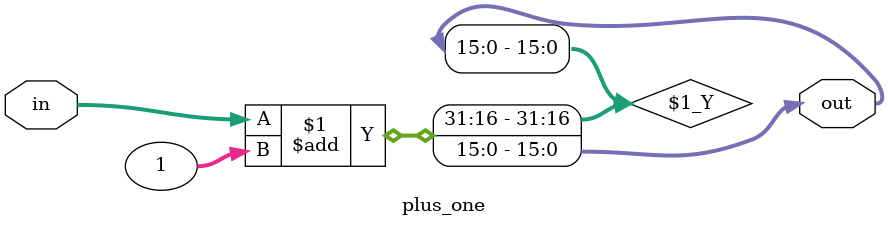
<source format=v>
module plus_one(in, out);

	output [15:0] out;
	input  [15:0] in;
	
	assign out = in + 1;

endmodule
</source>
